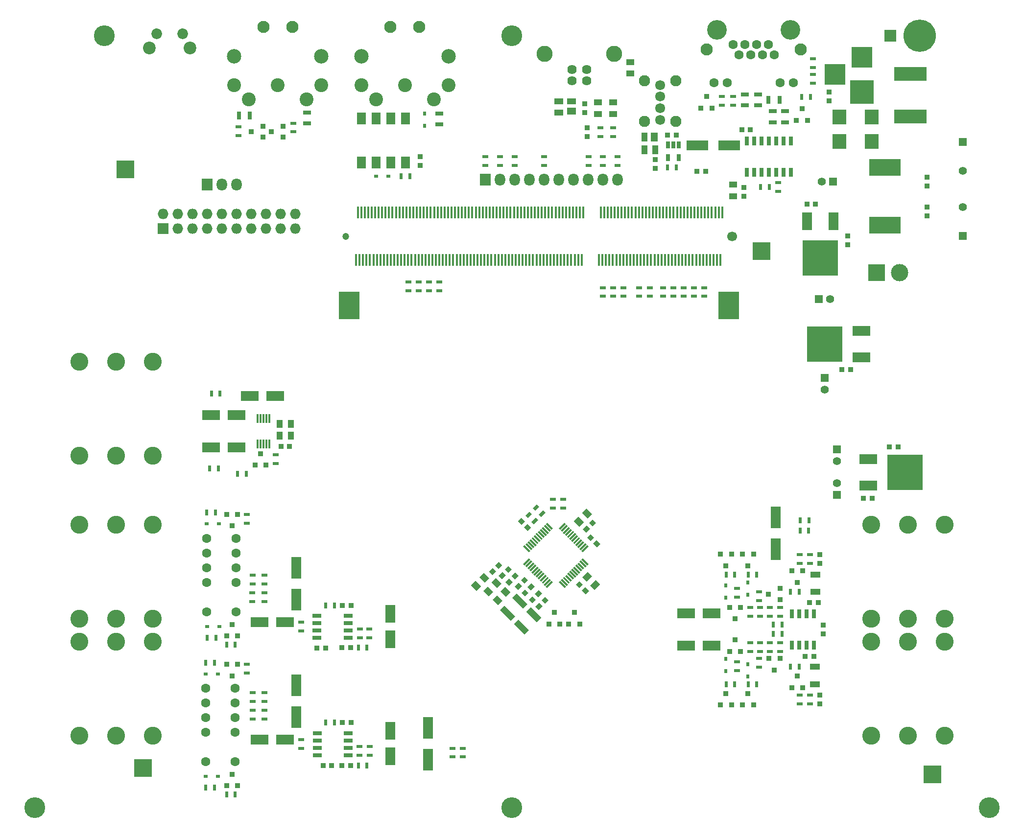
<source format=gbr>
G04 #@! TF.FileFunction,Soldermask,Top*
%FSLAX46Y46*%
G04 Gerber Fmt 4.6, Leading zero omitted, Abs format (unit mm)*
G04 Created by KiCad (PCBNEW (2015-05-18 BZR 5668)-product) date Mon 22 Jun 2015 04:58:00 PM CEST*
%MOMM*%
G01*
G04 APERTURE LIST*
%ADD10C,0.100000*%
%ADD11C,1.100000*%
%ADD12R,3.100000X3.100000*%
%ADD13C,3.600000*%
%ADD14C,1.700000*%
%ADD15C,1.200000*%
%ADD16R,3.600000X4.700000*%
%ADD17R,0.450000X2.100000*%
%ADD18R,3.148000X1.751000*%
%ADD19R,6.196000X6.196000*%
%ADD20R,0.850000X0.900000*%
%ADD21R,1.400000X1.400000*%
%ADD22C,1.400000*%
%ADD23R,0.900000X0.850000*%
%ADD24R,1.350000X1.100000*%
%ADD25R,1.700200X3.699180*%
%ADD26R,3.699180X1.700200*%
%ADD27R,1.700000X1.100000*%
%ADD28R,3.099740X1.700200*%
%ADD29R,1.700200X3.099740*%
%ADD30R,1.100000X1.350000*%
%ADD31R,1.499540X1.298880*%
%ADD32R,1.499540X1.100760*%
%ADD33R,1.298880X1.499540*%
%ADD34R,1.100760X1.499540*%
%ADD35R,5.700000X2.400000*%
%ADD36R,5.500040X3.000680*%
%ADD37C,1.720000*%
%ADD38C,1.950000*%
%ADD39R,1.827200X1.827200*%
%ADD40O,1.827200X1.827200*%
%ADD41R,1.827200X2.132000*%
%ADD42O,1.827200X2.132000*%
%ADD43R,1.000000X0.600000*%
%ADD44R,0.600000X1.000000*%
%ADD45R,1.400000X0.800000*%
%ADD46R,0.800000X1.400000*%
%ADD47C,2.200000*%
%ADD48C,1.850000*%
%ADD49R,1.751000X3.148000*%
%ADD50R,0.700000X1.650000*%
%ADD51R,1.650000X0.700000*%
%ADD52R,0.400000X1.500000*%
%ADD53R,1.624000X2.132000*%
%ADD54R,0.700000X1.600000*%
%ADD55C,2.500000*%
%ADD56C,2.400000*%
%ADD57C,2.100000*%
%ADD58C,1.601140*%
%ADD59C,3.400000*%
%ADD60C,3.100000*%
%ADD61R,4.100000X4.100000*%
%ADD62R,3.600000X3.600000*%
%ADD63R,0.550000X0.690000*%
%ADD64R,0.690000X0.550000*%
%ADD65R,0.750000X1.160000*%
%ADD66R,0.900100X0.900100*%
%ADD67C,1.624000*%
%ADD68C,2.800020*%
%ADD69R,2.401240X2.599360*%
%ADD70R,3.000000X3.000000*%
%ADD71C,3.000000*%
%ADD72R,2.098980X2.098980*%
%ADD73C,5.600000*%
%ADD74C,1.600000*%
G04 APERTURE END LIST*
D10*
D11*
X189204600Y-60286900D03*
D12*
X189204600Y-60286900D03*
D11*
X218770200Y-150799800D03*
D12*
X218770200Y-150799800D03*
D11*
X82308700Y-149682200D03*
D12*
X82308700Y-149682200D03*
D13*
X63581280Y-156570680D03*
X146075400Y-156570680D03*
X228579680Y-156570680D03*
X146072860Y-23075900D03*
D14*
X184174400Y-57729120D03*
D15*
X117374400Y-57729120D03*
D16*
X117974400Y-69729120D03*
X183574400Y-69729120D03*
D17*
X182424400Y-53629120D03*
X181824400Y-53629120D03*
X181224400Y-53629120D03*
X180624400Y-53629120D03*
X180024400Y-53629120D03*
X179424400Y-53629120D03*
X178824400Y-53629120D03*
X178224400Y-53629120D03*
X177624400Y-53629120D03*
X177024400Y-53629120D03*
X176424400Y-53629120D03*
X175824400Y-53629120D03*
X175224400Y-53629120D03*
X174624400Y-53629120D03*
X174024400Y-53629120D03*
X173424400Y-53629120D03*
X172824400Y-53629120D03*
X172224400Y-53629120D03*
X171624400Y-53629120D03*
X171024400Y-53629120D03*
X170424400Y-53629120D03*
X169824400Y-53629120D03*
X169224400Y-53629120D03*
X168624400Y-53629120D03*
X168024400Y-53629120D03*
X167424400Y-53629120D03*
X166824400Y-53629120D03*
X166224400Y-53629120D03*
X165624400Y-53629120D03*
X165024400Y-53629120D03*
X164424400Y-53629120D03*
X163824400Y-53629120D03*
X163224400Y-53629120D03*
X162624400Y-53629120D03*
X162024400Y-53629120D03*
X161424400Y-53629120D03*
X158424400Y-53629120D03*
X157824400Y-53629120D03*
X157224400Y-53629120D03*
X156624400Y-53629120D03*
X156024400Y-53629120D03*
X155424400Y-53629120D03*
X154824400Y-53629120D03*
X154224400Y-53629120D03*
X153624400Y-53629120D03*
X153024400Y-53629120D03*
X152424400Y-53629120D03*
X151824400Y-53629120D03*
X151224400Y-53629120D03*
X150624400Y-53629120D03*
X150024400Y-53629120D03*
X149424400Y-53629120D03*
X148824400Y-53629120D03*
X148224400Y-53629120D03*
X147624400Y-53629120D03*
X147024400Y-53629120D03*
X146424400Y-53629120D03*
X145824400Y-53629120D03*
X145224400Y-53629120D03*
X144624400Y-53629120D03*
X144024400Y-53629120D03*
X143424400Y-53629120D03*
X142824400Y-53629120D03*
X142224400Y-53629120D03*
X141624400Y-53629120D03*
X141024400Y-53629120D03*
X140424400Y-53629120D03*
X139824400Y-53629120D03*
X139224400Y-53629120D03*
X138624400Y-53629120D03*
X138024400Y-53629120D03*
X137424400Y-53629120D03*
X136824400Y-53629120D03*
X136224400Y-53629120D03*
X135624400Y-53629120D03*
X135024400Y-53629120D03*
X134424400Y-53629120D03*
X133824400Y-53629120D03*
X133224400Y-53629120D03*
X132624400Y-53629120D03*
X132024400Y-53629120D03*
X131424400Y-53629120D03*
X130824400Y-53629120D03*
X130224400Y-53629120D03*
X129624400Y-53629120D03*
X129024400Y-53629120D03*
X128424400Y-53629120D03*
X127824400Y-53629120D03*
X127224400Y-53629120D03*
X126624400Y-53629120D03*
X126024400Y-53629120D03*
X125424400Y-53629120D03*
X124824400Y-53629120D03*
X124224400Y-53629120D03*
X123624400Y-53629120D03*
X123024400Y-53629120D03*
X122424400Y-53629120D03*
X121824400Y-53629120D03*
X121224400Y-53629120D03*
X120624400Y-53629120D03*
X120024400Y-53629120D03*
X119424400Y-53629120D03*
X182124400Y-61829120D03*
X181524400Y-61829120D03*
X180924400Y-61829120D03*
X180324400Y-61829120D03*
X179724400Y-61829120D03*
X179124400Y-61829120D03*
X178524400Y-61829120D03*
X177924400Y-61829120D03*
X177324400Y-61829120D03*
X176724400Y-61829120D03*
X176124400Y-61829120D03*
X175524400Y-61829120D03*
X174924400Y-61829120D03*
X174324400Y-61829120D03*
X173724400Y-61829120D03*
X173124400Y-61829120D03*
X172524400Y-61829120D03*
X171924400Y-61829120D03*
X171324400Y-61829120D03*
X170724400Y-61829120D03*
X170124400Y-61829120D03*
X169524400Y-61829120D03*
X168924400Y-61829120D03*
X168324400Y-61829120D03*
X167724400Y-61829120D03*
X167124400Y-61829120D03*
X166524400Y-61829120D03*
X165924400Y-61829120D03*
X165324400Y-61829120D03*
X164724400Y-61829120D03*
X164124400Y-61829120D03*
X163524400Y-61829120D03*
X162924400Y-61829120D03*
X162324400Y-61829120D03*
X161724400Y-61829120D03*
X161124400Y-61829120D03*
X158124400Y-61829120D03*
X157524400Y-61829120D03*
X156924400Y-61829120D03*
X156324400Y-61829120D03*
X155724400Y-61829120D03*
X155124400Y-61829120D03*
X154524400Y-61829120D03*
X153924400Y-61829120D03*
X153324400Y-61829120D03*
X152724400Y-61829120D03*
X152124400Y-61829120D03*
X151524400Y-61829120D03*
X150924400Y-61829120D03*
X150324400Y-61829120D03*
X149724400Y-61829120D03*
X149124400Y-61829120D03*
X148524400Y-61829120D03*
X147924400Y-61829120D03*
X147324400Y-61829120D03*
X146724400Y-61829120D03*
X146124400Y-61829120D03*
X145524400Y-61829120D03*
X144924400Y-61829120D03*
X144324400Y-61829120D03*
X143724400Y-61829120D03*
X143124400Y-61829120D03*
X142524400Y-61829120D03*
X141924400Y-61829120D03*
X141324400Y-61829120D03*
X140724400Y-61829120D03*
X140124400Y-61829120D03*
X139524400Y-61829120D03*
X138924400Y-61829120D03*
X138324400Y-61829120D03*
X137724400Y-61829120D03*
X137124400Y-61829120D03*
X136524400Y-61829120D03*
X135924400Y-61829120D03*
X135324400Y-61829120D03*
X134724400Y-61829120D03*
X134124400Y-61829120D03*
X133524400Y-61829120D03*
X132924400Y-61829120D03*
X132324400Y-61829120D03*
X131724400Y-61829120D03*
X131124400Y-61829120D03*
X130524400Y-61829120D03*
X129924400Y-61829120D03*
X129324400Y-61829120D03*
X128724400Y-61829120D03*
X128124400Y-61829120D03*
X127524400Y-61829120D03*
X126924400Y-61829120D03*
X126324400Y-61829120D03*
X125724400Y-61829120D03*
X125124400Y-61829120D03*
X124524400Y-61829120D03*
X123924400Y-61829120D03*
X123324400Y-61829120D03*
X122724400Y-61829120D03*
X122124400Y-61829120D03*
X121524400Y-61829120D03*
X120924400Y-61829120D03*
X120324400Y-61829120D03*
X119724400Y-61829120D03*
X119124400Y-61829120D03*
D18*
X207683100Y-96255840D03*
D19*
X214033100Y-98541840D03*
D18*
X207683100Y-100827840D03*
D20*
X217830400Y-47510000D03*
X217830400Y-49010000D03*
D21*
X224028000Y-41402000D03*
D22*
X224028000Y-46402000D03*
D20*
X217830400Y-54191600D03*
X217830400Y-52691600D03*
D21*
X224028000Y-57708800D03*
D22*
X224028000Y-52708800D03*
D23*
X206844200Y-103101140D03*
X208344200Y-103101140D03*
D21*
X202260200Y-102466140D03*
D22*
X202260200Y-100466140D03*
D23*
X212827300Y-94211140D03*
X211327300Y-94211140D03*
D21*
X202260200Y-94592140D03*
D22*
X202260200Y-96592140D03*
D23*
X197065200Y-52222400D03*
X198565200Y-52222400D03*
D21*
X199115680Y-68646040D03*
D22*
X201115680Y-68646040D03*
D23*
X203148500Y-80784700D03*
X204648500Y-80784700D03*
D21*
X200164700Y-82257900D03*
D22*
X200164700Y-84257900D03*
D20*
X204094080Y-57685240D03*
X204094080Y-59185240D03*
D21*
X201625200Y-48260000D03*
D22*
X199625200Y-48260000D03*
D10*
G36*
X159061452Y-109814992D02*
X159662492Y-109213952D01*
X160298888Y-109850348D01*
X159697848Y-110451388D01*
X159061452Y-109814992D01*
X159061452Y-109814992D01*
G37*
G36*
X160122112Y-110875652D02*
X160723152Y-110274612D01*
X161359548Y-110911008D01*
X160758508Y-111512048D01*
X160122112Y-110875652D01*
X160122112Y-110875652D01*
G37*
G36*
X160034608Y-106686652D02*
X160635648Y-107287692D01*
X159999252Y-107924088D01*
X159398212Y-107323048D01*
X160034608Y-106686652D01*
X160034608Y-106686652D01*
G37*
G36*
X158973948Y-107747312D02*
X159574988Y-108348352D01*
X158938592Y-108984748D01*
X158337552Y-108383708D01*
X158973948Y-107747312D01*
X158973948Y-107747312D01*
G37*
G36*
X157712181Y-107961213D02*
X156757587Y-107006619D01*
X157535405Y-106228801D01*
X158489999Y-107183395D01*
X157712181Y-107961213D01*
X157712181Y-107961213D01*
G37*
G36*
X159126395Y-106546999D02*
X158171801Y-105592405D01*
X158949619Y-104814587D01*
X159904213Y-105769181D01*
X159126395Y-106546999D01*
X159126395Y-106546999D01*
G37*
G36*
X147059952Y-107020992D02*
X147660992Y-106419952D01*
X148297388Y-107056348D01*
X147696348Y-107657388D01*
X147059952Y-107020992D01*
X147059952Y-107020992D01*
G37*
G36*
X148120612Y-108081652D02*
X148721652Y-107480612D01*
X149358048Y-108117008D01*
X148757008Y-108718048D01*
X148120612Y-108081652D01*
X148120612Y-108081652D01*
G37*
G36*
X143804008Y-114039952D02*
X144405048Y-114640992D01*
X143768652Y-115277388D01*
X143167612Y-114676348D01*
X143804008Y-114039952D01*
X143804008Y-114039952D01*
G37*
G36*
X142743348Y-115100612D02*
X143344388Y-115701652D01*
X142707992Y-116338048D01*
X142106952Y-115737008D01*
X142743348Y-115100612D01*
X142743348Y-115100612D01*
G37*
G36*
X141207719Y-115901687D02*
X142162313Y-116856281D01*
X141384495Y-117634099D01*
X140429901Y-116679505D01*
X141207719Y-115901687D01*
X141207719Y-115901687D01*
G37*
G36*
X139793505Y-117315901D02*
X140748099Y-118270495D01*
X139970281Y-119048313D01*
X139015687Y-118093719D01*
X139793505Y-117315901D01*
X139793505Y-117315901D01*
G37*
G36*
X157092952Y-117942992D02*
X157693992Y-117341952D01*
X158330388Y-117978348D01*
X157729348Y-118579388D01*
X157092952Y-117942992D01*
X157092952Y-117942992D01*
G37*
G36*
X158153612Y-119003652D02*
X158754652Y-118402612D01*
X159391048Y-119039008D01*
X158790008Y-119640048D01*
X158153612Y-119003652D01*
X158153612Y-119003652D01*
G37*
G36*
X158192687Y-116729281D02*
X159147281Y-115774687D01*
X159925099Y-116552505D01*
X158970505Y-117507099D01*
X158192687Y-116729281D01*
X158192687Y-116729281D01*
G37*
G36*
X159606901Y-118143495D02*
X160561495Y-117188901D01*
X161339313Y-117966719D01*
X160384719Y-118921313D01*
X159606901Y-118143495D01*
X159606901Y-118143495D01*
G37*
G36*
X148249008Y-116579952D02*
X148850048Y-117180992D01*
X148213652Y-117817388D01*
X147612612Y-117216348D01*
X148249008Y-116579952D01*
X148249008Y-116579952D01*
G37*
G36*
X147188348Y-117640612D02*
X147789388Y-118241652D01*
X147152992Y-118878048D01*
X146551952Y-118277008D01*
X147188348Y-117640612D01*
X147188348Y-117640612D01*
G37*
G36*
X143303219Y-116854187D02*
X144257813Y-117808781D01*
X143479995Y-118586599D01*
X142525401Y-117632005D01*
X143303219Y-116854187D01*
X143303219Y-116854187D01*
G37*
G36*
X141889005Y-118268401D02*
X142843599Y-119222995D01*
X142065781Y-120000813D01*
X141111187Y-119046219D01*
X141889005Y-118268401D01*
X141889005Y-118268401D01*
G37*
G36*
X149392008Y-117722952D02*
X149993048Y-118323992D01*
X149356652Y-118960388D01*
X148755612Y-118359348D01*
X149392008Y-117722952D01*
X149392008Y-117722952D01*
G37*
G36*
X148331348Y-118783612D02*
X148932388Y-119384652D01*
X148295992Y-120021048D01*
X147694952Y-119420008D01*
X148331348Y-118783612D01*
X148331348Y-118783612D01*
G37*
G36*
X144890719Y-118378187D02*
X145845313Y-119332781D01*
X145067495Y-120110599D01*
X144112901Y-119156005D01*
X144890719Y-118378187D01*
X144890719Y-118378187D01*
G37*
G36*
X143476505Y-119792401D02*
X144431099Y-120746995D01*
X143653281Y-121524813D01*
X142698687Y-120570219D01*
X143476505Y-119792401D01*
X143476505Y-119792401D01*
G37*
G36*
X150662008Y-118929452D02*
X151263048Y-119530492D01*
X150626652Y-120166888D01*
X150025612Y-119565848D01*
X150662008Y-118929452D01*
X150662008Y-118929452D01*
G37*
G36*
X149601348Y-119990112D02*
X150202388Y-120591152D01*
X149565992Y-121227548D01*
X148964952Y-120626508D01*
X149601348Y-119990112D01*
X149601348Y-119990112D01*
G37*
G36*
X146897830Y-119487692D02*
X148736308Y-121326170D01*
X147958490Y-122103988D01*
X146120012Y-120265510D01*
X146897830Y-119487692D01*
X146897830Y-119487692D01*
G37*
G36*
X144776510Y-121609012D02*
X146614988Y-123447490D01*
X145837170Y-124225308D01*
X143998692Y-122386830D01*
X144776510Y-121609012D01*
X144776510Y-121609012D01*
G37*
G36*
X151805008Y-120072452D02*
X152406048Y-120673492D01*
X151769652Y-121309888D01*
X151168612Y-120708848D01*
X151805008Y-120072452D01*
X151805008Y-120072452D01*
G37*
G36*
X150744348Y-121133112D02*
X151345388Y-121734152D01*
X150708992Y-122370548D01*
X150107952Y-121769508D01*
X150744348Y-121133112D01*
X150744348Y-121133112D01*
G37*
G36*
X149310830Y-121900692D02*
X151149308Y-123739170D01*
X150371490Y-124516988D01*
X148533012Y-122678510D01*
X149310830Y-121900692D01*
X149310830Y-121900692D01*
G37*
G36*
X147189510Y-124022012D02*
X149027988Y-125860490D01*
X148250170Y-126638308D01*
X146411692Y-124799830D01*
X147189510Y-124022012D01*
X147189510Y-124022012D01*
G37*
D24*
X184277000Y-50784000D03*
X184277000Y-48784000D03*
D20*
X186182000Y-50788000D03*
X186182000Y-49288000D03*
X199898000Y-124980000D03*
X199898000Y-126480000D03*
D25*
X191719200Y-111869220D03*
X191719200Y-106367580D03*
D23*
X112356200Y-128981200D03*
X113856200Y-128981200D03*
X113423000Y-149301200D03*
X114923000Y-149301200D03*
D25*
X131533900Y-142766480D03*
X131533900Y-148268120D03*
D23*
X106133200Y-94081600D03*
X107633200Y-94081600D03*
X172986000Y-40259000D03*
X174486000Y-40259000D03*
D24*
X163576000Y-36560000D03*
X163576000Y-34560000D03*
D20*
X158623000Y-36310000D03*
X158623000Y-34810000D03*
X170840400Y-45962000D03*
X170840400Y-44462000D03*
X159105600Y-40475600D03*
X159105600Y-38975600D03*
X130175000Y-45454000D03*
X130175000Y-43954000D03*
X200914000Y-34278000D03*
X200914000Y-32778000D03*
D26*
X178097180Y-42037000D03*
X183598820Y-42037000D03*
D23*
X179566000Y-46482000D03*
X178066000Y-46482000D03*
D10*
G36*
X145455008Y-114738452D02*
X146056048Y-115339492D01*
X145419652Y-115975888D01*
X144818612Y-115374848D01*
X145455008Y-114738452D01*
X145455008Y-114738452D01*
G37*
G36*
X144394348Y-115799112D02*
X144995388Y-116400152D01*
X144358992Y-117036548D01*
X143757952Y-116435508D01*
X144394348Y-115799112D01*
X144394348Y-115799112D01*
G37*
G36*
X146661508Y-115881452D02*
X147262548Y-116482492D01*
X146626152Y-117118888D01*
X146025112Y-116517848D01*
X146661508Y-115881452D01*
X146661508Y-115881452D01*
G37*
G36*
X145600848Y-116942112D02*
X146201888Y-117543152D01*
X145565492Y-118179548D01*
X144964452Y-117578508D01*
X145600848Y-116942112D01*
X145600848Y-116942112D01*
G37*
D27*
X198560000Y-119269200D03*
X198560000Y-116269200D03*
D28*
X180558440Y-122936000D03*
X176159160Y-122936000D03*
D20*
X199260900Y-112843300D03*
X199260900Y-114343300D03*
D23*
X199056000Y-121071200D03*
X197556000Y-121071200D03*
D27*
X198458400Y-132220400D03*
X198458400Y-135220400D03*
D28*
X180558440Y-128524000D03*
X176159160Y-128524000D03*
D20*
X199260900Y-138591300D03*
X199260900Y-137091300D03*
D23*
X198294000Y-130418400D03*
X196794000Y-130418400D03*
X118174200Y-128930400D03*
X116674200Y-128930400D03*
X116775800Y-121589800D03*
X118275800Y-121589800D03*
D29*
X125057600Y-127472440D03*
X125057600Y-123073160D03*
D25*
X108788200Y-120556020D03*
X108788200Y-115054380D03*
D28*
X106822240Y-124460000D03*
X102422960Y-124460000D03*
D23*
X118174200Y-149301200D03*
X116674200Y-149301200D03*
X116775800Y-141884400D03*
X118275800Y-141884400D03*
D29*
X125032200Y-147690840D03*
X125032200Y-143291560D03*
D25*
X108788200Y-140876020D03*
X108788200Y-135374380D03*
D28*
X106822240Y-144780000D03*
X102422960Y-144780000D03*
D30*
X105883200Y-90170000D03*
X107883200Y-90170000D03*
D28*
X98465640Y-88646000D03*
X94066360Y-88646000D03*
D30*
X105883200Y-92252800D03*
X107883200Y-92252800D03*
D28*
X98465640Y-94234000D03*
X94066360Y-94234000D03*
X105158540Y-85382100D03*
X100759260Y-85382100D03*
D31*
X156344620Y-36126420D03*
D32*
X156344620Y-34406840D03*
X154144980Y-34406840D03*
X154144980Y-36306760D03*
D33*
X170695620Y-40556180D03*
D34*
X168976040Y-40556180D03*
X168976040Y-42755820D03*
X170875960Y-42755820D03*
D35*
X214985600Y-29624800D03*
X214985600Y-37024800D03*
D36*
X210566000Y-45849540D03*
X210566000Y-55852060D03*
D24*
X166573200Y-27600400D03*
X166573200Y-29600400D03*
X160909000Y-36567620D03*
X160909000Y-34567620D03*
D37*
X171701460Y-31589980D03*
X171701460Y-33589980D03*
X171701460Y-35589980D03*
D38*
X174421460Y-30859980D03*
D37*
X171701460Y-37589980D03*
D38*
X174421460Y-37859980D03*
X168981460Y-30859980D03*
X168981460Y-37859980D03*
D39*
X85788500Y-56451500D03*
D40*
X85788500Y-53911500D03*
X88328500Y-56451500D03*
X88328500Y-53911500D03*
X90868500Y-56451500D03*
X90868500Y-53911500D03*
X93408500Y-56451500D03*
X93408500Y-53911500D03*
X95948500Y-56451500D03*
X95948500Y-53911500D03*
X98488500Y-56451500D03*
X98488500Y-53911500D03*
X101028500Y-56451500D03*
X101028500Y-53911500D03*
X103568500Y-56451500D03*
X103568500Y-53911500D03*
X106108500Y-56451500D03*
X106108500Y-53911500D03*
X108648500Y-56451500D03*
X108648500Y-53911500D03*
D41*
X141478000Y-47942500D03*
D42*
X144018000Y-47942500D03*
X146558000Y-47942500D03*
X149098000Y-47942500D03*
X151638000Y-47942500D03*
X154178000Y-47942500D03*
X156718000Y-47942500D03*
X159258000Y-47942500D03*
X161798000Y-47942500D03*
X164338000Y-47942500D03*
D41*
X93408500Y-48831500D03*
D42*
X95948500Y-48831500D03*
X98488500Y-48831500D03*
D43*
X128143000Y-65671000D03*
X128143000Y-67171000D03*
X165354000Y-66636200D03*
X165354000Y-68136200D03*
X163576000Y-66636200D03*
X163576000Y-68136200D03*
X153162000Y-104763000D03*
X153162000Y-103263000D03*
X154940000Y-104763000D03*
X154940000Y-103263000D03*
D10*
G36*
X151845015Y-105544909D02*
X151137909Y-106252015D01*
X150713645Y-105827751D01*
X151420751Y-105120645D01*
X151845015Y-105544909D01*
X151845015Y-105544909D01*
G37*
G36*
X150784355Y-104484249D02*
X150077249Y-105191355D01*
X149652985Y-104767091D01*
X150360091Y-104059985D01*
X150784355Y-104484249D01*
X150784355Y-104484249D01*
G37*
G36*
X150575015Y-106814909D02*
X149867909Y-107522015D01*
X149443645Y-107097751D01*
X150150751Y-106390645D01*
X150575015Y-106814909D01*
X150575015Y-106814909D01*
G37*
G36*
X149514355Y-105754249D02*
X148807249Y-106461355D01*
X148382985Y-106037091D01*
X149090091Y-105329985D01*
X149514355Y-105754249D01*
X149514355Y-105754249D01*
G37*
D43*
X133477000Y-65671000D03*
X133477000Y-67171000D03*
X131699000Y-65671000D03*
X131699000Y-67171000D03*
X129921000Y-65671000D03*
X129921000Y-67171000D03*
X179324000Y-68123500D03*
X179324000Y-66623500D03*
D44*
X186905200Y-116281200D03*
X188405200Y-116281200D03*
D43*
X188772800Y-119239600D03*
X188772800Y-120739600D03*
D44*
X183095200Y-116281200D03*
X184595200Y-116281200D03*
D43*
X184962800Y-120130000D03*
X184962800Y-118630000D03*
X177546000Y-68136200D03*
X177546000Y-66636200D03*
X175768000Y-66636200D03*
X175768000Y-68136200D03*
D44*
X186905200Y-135229600D03*
X188405200Y-135229600D03*
D43*
X188772800Y-130771200D03*
X188772800Y-132271200D03*
D44*
X183095200Y-135229600D03*
X184595200Y-135229600D03*
D43*
X184962800Y-132880800D03*
X184962800Y-131380800D03*
X173990000Y-66636200D03*
X173990000Y-68136200D03*
X172212000Y-66636200D03*
X172212000Y-68136200D03*
D44*
X94869700Y-127177800D03*
X93369700Y-127177800D03*
X94818900Y-105537000D03*
X93318900Y-105537000D03*
X98235200Y-128371600D03*
X96735200Y-128371600D03*
D43*
X100253800Y-107341100D03*
X100253800Y-105841100D03*
X105257600Y-97016000D03*
X105257600Y-95516000D03*
D44*
X98665600Y-98806000D03*
X100165600Y-98806000D03*
D43*
X163576000Y-38975600D03*
X163576000Y-40475600D03*
X161340800Y-40475600D03*
X161340800Y-38975600D03*
D44*
X172986000Y-45847000D03*
X174486000Y-45847000D03*
D45*
X110625200Y-36352000D03*
X110625200Y-38252000D03*
D43*
X98839600Y-40338000D03*
X98839600Y-38838000D03*
D45*
X133494780Y-38402300D03*
X133494780Y-36502300D03*
D44*
X126910400Y-47396400D03*
X128410400Y-47396400D03*
D46*
X100772000Y-36830000D03*
X98872000Y-36830000D03*
D43*
X108288400Y-38177600D03*
X108288400Y-39677600D03*
D44*
X197681280Y-33649920D03*
X196181280Y-33649920D03*
D45*
X191135000Y-36134000D03*
X191135000Y-38034000D03*
D44*
X189089600Y-49225200D03*
X190589600Y-49225200D03*
D45*
X193294000Y-36134000D03*
X193294000Y-38034000D03*
X186309000Y-33213000D03*
X186309000Y-35113000D03*
D43*
X182372000Y-35040000D03*
X182372000Y-33540000D03*
X192125600Y-48475200D03*
X192125600Y-49975200D03*
D45*
X188595000Y-33213000D03*
X188595000Y-35113000D03*
D43*
X141478000Y-43954000D03*
X141478000Y-45454000D03*
X144018000Y-43954000D03*
X144018000Y-45454000D03*
X146558000Y-43954000D03*
X146558000Y-45454000D03*
X151638000Y-43954000D03*
X151638000Y-45454000D03*
X159321500Y-43954000D03*
X159321500Y-45454000D03*
X161798000Y-43954000D03*
X161798000Y-45454000D03*
X164338000Y-43954000D03*
X164338000Y-45454000D03*
X198120000Y-29730000D03*
X198120000Y-31230000D03*
X184277000Y-35040000D03*
X184277000Y-33540000D03*
X198120000Y-27063000D03*
X198120000Y-28563000D03*
D44*
X195703200Y-119242400D03*
X194203200Y-119242400D03*
D43*
X195857300Y-114343300D03*
X195857300Y-112843300D03*
D44*
X192756800Y-124932000D03*
X191256800Y-124932000D03*
D43*
X197584500Y-112843300D03*
X197584500Y-114343300D03*
X190703200Y-123432000D03*
X190703200Y-121932000D03*
X188976000Y-121932000D03*
X188976000Y-123432000D03*
D44*
X195703200Y-132196400D03*
X194203200Y-132196400D03*
D43*
X192430400Y-121932000D03*
X192430400Y-123432000D03*
X187248800Y-121932000D03*
X187248800Y-123432000D03*
X195857300Y-137091300D03*
X195857300Y-138591300D03*
D44*
X192756800Y-126557600D03*
X191256800Y-126557600D03*
D43*
X197584500Y-138591300D03*
X197584500Y-137091300D03*
X190703200Y-128028000D03*
X190703200Y-129528000D03*
X188976000Y-129528000D03*
X188976000Y-128028000D03*
X192430400Y-129528000D03*
X192430400Y-128028000D03*
X187248800Y-129528000D03*
X187248800Y-128028000D03*
D44*
X195891720Y-108686600D03*
X197391720Y-108686600D03*
X197401880Y-106842560D03*
X195901880Y-106842560D03*
X119519000Y-128930400D03*
X121019000Y-128930400D03*
X115380200Y-121589800D03*
X113880200Y-121589800D03*
D43*
X121437400Y-125691200D03*
X121437400Y-127191200D03*
X119761000Y-125691200D03*
X119761000Y-127191200D03*
X101219000Y-117844000D03*
X101219000Y-116344000D03*
X109601000Y-124472000D03*
X109601000Y-125972000D03*
X103251000Y-117844000D03*
X103251000Y-116344000D03*
X101207000Y-119392000D03*
X101207000Y-120892000D03*
X103261200Y-119402160D03*
X103261200Y-120902160D03*
D44*
X119519000Y-149301200D03*
X121019000Y-149301200D03*
X115380200Y-141884400D03*
X113880200Y-141884400D03*
D43*
X121450800Y-146011200D03*
X121450800Y-147511200D03*
X119749000Y-146011200D03*
X119749000Y-147511200D03*
X101219000Y-138164000D03*
X101219000Y-136664000D03*
X109601000Y-144792000D03*
X109601000Y-146292000D03*
X103251000Y-138164000D03*
X103251000Y-136664000D03*
X101219000Y-139712000D03*
X101219000Y-141212000D03*
X103261200Y-139710160D03*
X103261200Y-141210160D03*
X137604500Y-146303300D03*
X137604500Y-147803300D03*
X135801100Y-147803300D03*
X135801100Y-146303300D03*
D44*
X95619000Y-84963000D03*
X94119000Y-84963000D03*
X93839600Y-97917000D03*
X95339600Y-97917000D03*
D47*
X90433440Y-25212840D03*
D48*
X89173440Y-22722840D03*
X84673440Y-22722840D03*
D47*
X83423440Y-25212840D03*
D49*
X201655680Y-55184040D03*
D19*
X199369680Y-61534040D03*
D49*
X197083680Y-55184040D03*
D18*
X206476600Y-78676500D03*
D19*
X200126600Y-76390500D03*
D18*
X206476600Y-74104500D03*
D10*
G36*
X151919911Y-107511311D02*
X152167398Y-107263824D01*
X153157347Y-108253773D01*
X152909860Y-108501260D01*
X151919911Y-107511311D01*
X151919911Y-107511311D01*
G37*
G36*
X151566358Y-107864864D02*
X151813845Y-107617377D01*
X152803794Y-108607326D01*
X152556307Y-108854813D01*
X151566358Y-107864864D01*
X151566358Y-107864864D01*
G37*
G36*
X151212804Y-108218418D02*
X151460291Y-107970931D01*
X152450240Y-108960880D01*
X152202753Y-109208367D01*
X151212804Y-108218418D01*
X151212804Y-108218418D01*
G37*
G36*
X150859251Y-108571971D02*
X151106738Y-108324484D01*
X152096687Y-109314433D01*
X151849200Y-109561920D01*
X150859251Y-108571971D01*
X150859251Y-108571971D01*
G37*
G36*
X150505698Y-108925524D02*
X150753185Y-108678037D01*
X151743134Y-109667986D01*
X151495647Y-109915473D01*
X150505698Y-108925524D01*
X150505698Y-108925524D01*
G37*
G36*
X150152144Y-109279078D02*
X150399631Y-109031591D01*
X151389580Y-110021540D01*
X151142093Y-110269027D01*
X150152144Y-109279078D01*
X150152144Y-109279078D01*
G37*
G36*
X149798591Y-109632631D02*
X150046078Y-109385144D01*
X151036027Y-110375093D01*
X150788540Y-110622580D01*
X149798591Y-109632631D01*
X149798591Y-109632631D01*
G37*
G36*
X149445037Y-109986185D02*
X149692524Y-109738698D01*
X150682473Y-110728647D01*
X150434986Y-110976134D01*
X149445037Y-109986185D01*
X149445037Y-109986185D01*
G37*
G36*
X149091484Y-110339738D02*
X149338971Y-110092251D01*
X150328920Y-111082200D01*
X150081433Y-111329687D01*
X149091484Y-110339738D01*
X149091484Y-110339738D01*
G37*
G36*
X148737931Y-110693291D02*
X148985418Y-110445804D01*
X149975367Y-111435753D01*
X149727880Y-111683240D01*
X148737931Y-110693291D01*
X148737931Y-110693291D01*
G37*
G36*
X148384377Y-111046845D02*
X148631864Y-110799358D01*
X149621813Y-111789307D01*
X149374326Y-112036794D01*
X148384377Y-111046845D01*
X148384377Y-111046845D01*
G37*
G36*
X148030824Y-111400398D02*
X148278311Y-111152911D01*
X149268260Y-112142860D01*
X149020773Y-112390347D01*
X148030824Y-111400398D01*
X148030824Y-111400398D01*
G37*
G36*
X148278311Y-114653089D02*
X148030824Y-114405602D01*
X149020773Y-113415653D01*
X149268260Y-113663140D01*
X148278311Y-114653089D01*
X148278311Y-114653089D01*
G37*
G36*
X148631864Y-115006642D02*
X148384377Y-114759155D01*
X149374326Y-113769206D01*
X149621813Y-114016693D01*
X148631864Y-115006642D01*
X148631864Y-115006642D01*
G37*
G36*
X148985418Y-115360196D02*
X148737931Y-115112709D01*
X149727880Y-114122760D01*
X149975367Y-114370247D01*
X148985418Y-115360196D01*
X148985418Y-115360196D01*
G37*
G36*
X149338971Y-115713749D02*
X149091484Y-115466262D01*
X150081433Y-114476313D01*
X150328920Y-114723800D01*
X149338971Y-115713749D01*
X149338971Y-115713749D01*
G37*
G36*
X149692524Y-116067302D02*
X149445037Y-115819815D01*
X150434986Y-114829866D01*
X150682473Y-115077353D01*
X149692524Y-116067302D01*
X149692524Y-116067302D01*
G37*
G36*
X150046078Y-116420856D02*
X149798591Y-116173369D01*
X150788540Y-115183420D01*
X151036027Y-115430907D01*
X150046078Y-116420856D01*
X150046078Y-116420856D01*
G37*
G36*
X150399631Y-116774409D02*
X150152144Y-116526922D01*
X151142093Y-115536973D01*
X151389580Y-115784460D01*
X150399631Y-116774409D01*
X150399631Y-116774409D01*
G37*
G36*
X150753185Y-117127963D02*
X150505698Y-116880476D01*
X151495647Y-115890527D01*
X151743134Y-116138014D01*
X150753185Y-117127963D01*
X150753185Y-117127963D01*
G37*
G36*
X151106738Y-117481516D02*
X150859251Y-117234029D01*
X151849200Y-116244080D01*
X152096687Y-116491567D01*
X151106738Y-117481516D01*
X151106738Y-117481516D01*
G37*
G36*
X151460291Y-117835069D02*
X151212804Y-117587582D01*
X152202753Y-116597633D01*
X152450240Y-116845120D01*
X151460291Y-117835069D01*
X151460291Y-117835069D01*
G37*
G36*
X151813845Y-118188623D02*
X151566358Y-117941136D01*
X152556307Y-116951187D01*
X152803794Y-117198674D01*
X151813845Y-118188623D01*
X151813845Y-118188623D01*
G37*
G36*
X152167398Y-118542176D02*
X151919911Y-118294689D01*
X152909860Y-117304740D01*
X153157347Y-117552227D01*
X152167398Y-118542176D01*
X152167398Y-118542176D01*
G37*
G36*
X154182653Y-117552227D02*
X154430140Y-117304740D01*
X155420089Y-118294689D01*
X155172602Y-118542176D01*
X154182653Y-117552227D01*
X154182653Y-117552227D01*
G37*
G36*
X154536206Y-117198674D02*
X154783693Y-116951187D01*
X155773642Y-117941136D01*
X155526155Y-118188623D01*
X154536206Y-117198674D01*
X154536206Y-117198674D01*
G37*
G36*
X154889760Y-116845120D02*
X155137247Y-116597633D01*
X156127196Y-117587582D01*
X155879709Y-117835069D01*
X154889760Y-116845120D01*
X154889760Y-116845120D01*
G37*
G36*
X155243313Y-116491567D02*
X155490800Y-116244080D01*
X156480749Y-117234029D01*
X156233262Y-117481516D01*
X155243313Y-116491567D01*
X155243313Y-116491567D01*
G37*
G36*
X155596866Y-116138014D02*
X155844353Y-115890527D01*
X156834302Y-116880476D01*
X156586815Y-117127963D01*
X155596866Y-116138014D01*
X155596866Y-116138014D01*
G37*
G36*
X155950420Y-115784460D02*
X156197907Y-115536973D01*
X157187856Y-116526922D01*
X156940369Y-116774409D01*
X155950420Y-115784460D01*
X155950420Y-115784460D01*
G37*
G36*
X156303973Y-115430907D02*
X156551460Y-115183420D01*
X157541409Y-116173369D01*
X157293922Y-116420856D01*
X156303973Y-115430907D01*
X156303973Y-115430907D01*
G37*
G36*
X156657527Y-115077353D02*
X156905014Y-114829866D01*
X157894963Y-115819815D01*
X157647476Y-116067302D01*
X156657527Y-115077353D01*
X156657527Y-115077353D01*
G37*
G36*
X157011080Y-114723800D02*
X157258567Y-114476313D01*
X158248516Y-115466262D01*
X158001029Y-115713749D01*
X157011080Y-114723800D01*
X157011080Y-114723800D01*
G37*
G36*
X157364633Y-114370247D02*
X157612120Y-114122760D01*
X158602069Y-115112709D01*
X158354582Y-115360196D01*
X157364633Y-114370247D01*
X157364633Y-114370247D01*
G37*
G36*
X157718187Y-114016693D02*
X157965674Y-113769206D01*
X158955623Y-114759155D01*
X158708136Y-115006642D01*
X157718187Y-114016693D01*
X157718187Y-114016693D01*
G37*
G36*
X158071740Y-113663140D02*
X158319227Y-113415653D01*
X159309176Y-114405602D01*
X159061689Y-114653089D01*
X158071740Y-113663140D01*
X158071740Y-113663140D01*
G37*
G36*
X158319227Y-112390347D02*
X158071740Y-112142860D01*
X159061689Y-111152911D01*
X159309176Y-111400398D01*
X158319227Y-112390347D01*
X158319227Y-112390347D01*
G37*
G36*
X157965674Y-112036794D02*
X157718187Y-111789307D01*
X158708136Y-110799358D01*
X158955623Y-111046845D01*
X157965674Y-112036794D01*
X157965674Y-112036794D01*
G37*
G36*
X157612120Y-111683240D02*
X157364633Y-111435753D01*
X158354582Y-110445804D01*
X158602069Y-110693291D01*
X157612120Y-111683240D01*
X157612120Y-111683240D01*
G37*
G36*
X157258567Y-111329687D02*
X157011080Y-111082200D01*
X158001029Y-110092251D01*
X158248516Y-110339738D01*
X157258567Y-111329687D01*
X157258567Y-111329687D01*
G37*
G36*
X156905014Y-110976134D02*
X156657527Y-110728647D01*
X157647476Y-109738698D01*
X157894963Y-109986185D01*
X156905014Y-110976134D01*
X156905014Y-110976134D01*
G37*
G36*
X156551460Y-110622580D02*
X156303973Y-110375093D01*
X157293922Y-109385144D01*
X157541409Y-109632631D01*
X156551460Y-110622580D01*
X156551460Y-110622580D01*
G37*
G36*
X156197907Y-110269027D02*
X155950420Y-110021540D01*
X156940369Y-109031591D01*
X157187856Y-109279078D01*
X156197907Y-110269027D01*
X156197907Y-110269027D01*
G37*
G36*
X155844353Y-109915473D02*
X155596866Y-109667986D01*
X156586815Y-108678037D01*
X156834302Y-108925524D01*
X155844353Y-109915473D01*
X155844353Y-109915473D01*
G37*
G36*
X155490800Y-109561920D02*
X155243313Y-109314433D01*
X156233262Y-108324484D01*
X156480749Y-108571971D01*
X155490800Y-109561920D01*
X155490800Y-109561920D01*
G37*
G36*
X155137247Y-109208367D02*
X154889760Y-108960880D01*
X155879709Y-107970931D01*
X156127196Y-108218418D01*
X155137247Y-109208367D01*
X155137247Y-109208367D01*
G37*
G36*
X154783693Y-108854813D02*
X154536206Y-108607326D01*
X155526155Y-107617377D01*
X155773642Y-107864864D01*
X154783693Y-108854813D01*
X154783693Y-108854813D01*
G37*
G36*
X154430140Y-108501260D02*
X154182653Y-108253773D01*
X155172602Y-107263824D01*
X155420089Y-107511311D01*
X154430140Y-108501260D01*
X154430140Y-108501260D01*
G37*
D50*
X198247000Y-123030000D03*
X196977000Y-123030000D03*
X195707000Y-123030000D03*
X194437000Y-123030000D03*
X194437000Y-128430000D03*
X195707000Y-128430000D03*
X196977000Y-128430000D03*
X198247000Y-128430000D03*
D51*
X117762000Y-127177800D03*
X117762000Y-125907800D03*
X117762000Y-124637800D03*
X117762000Y-123367800D03*
X112362000Y-123367800D03*
X112362000Y-124637800D03*
X112362000Y-125907800D03*
X112362000Y-127177800D03*
X117787400Y-147497800D03*
X117787400Y-146227800D03*
X117787400Y-144957800D03*
X117787400Y-143687800D03*
X112387400Y-143687800D03*
X112387400Y-144957800D03*
X112387400Y-146227800D03*
X112387400Y-147497800D03*
D52*
X104124000Y-89240000D03*
X103624000Y-89240000D03*
X103124000Y-89240000D03*
X102624000Y-89240000D03*
X102124000Y-89240000D03*
X102124000Y-93640000D03*
X102624000Y-93640000D03*
X103124000Y-93640000D03*
X103624000Y-93640000D03*
X104124000Y-93640000D03*
D53*
X127652780Y-37325300D03*
X125112780Y-37325300D03*
X122572780Y-37325300D03*
X120032780Y-37325300D03*
X120032780Y-44945300D03*
X122572780Y-44945300D03*
X125112780Y-44945300D03*
X127652780Y-44945300D03*
D54*
X186690000Y-46642000D03*
X187960000Y-46642000D03*
X189230000Y-46642000D03*
X190500000Y-46642000D03*
X191770000Y-46642000D03*
X193040000Y-46642000D03*
X194310000Y-46642000D03*
X194310000Y-41242000D03*
X193040000Y-41242000D03*
X191770000Y-41242000D03*
X190500000Y-41242000D03*
X189230000Y-41242000D03*
X187960000Y-41242000D03*
X186690000Y-41242000D03*
D55*
X98078260Y-26569660D03*
D56*
X110578260Y-34069660D03*
D57*
X103078260Y-21569660D03*
D56*
X113078260Y-31569660D03*
X105578260Y-31569660D03*
X98078260Y-31569660D03*
X100578260Y-34069660D03*
D57*
X108078260Y-21569660D03*
D55*
X113078260Y-26569660D03*
D57*
X195966080Y-25440640D03*
D58*
X180980080Y-31155640D03*
X183266080Y-31155640D03*
X192410080Y-31155640D03*
X194696080Y-31155640D03*
X191394080Y-26329640D03*
X189362080Y-26329640D03*
X187330080Y-26329640D03*
X185298080Y-26329640D03*
X188346080Y-24551640D03*
X186314080Y-24551640D03*
X190378080Y-24551640D03*
X184282080Y-24551640D03*
D59*
X181488080Y-22011640D03*
X194188080Y-22011640D03*
D57*
X179710080Y-25440640D03*
D55*
X120082280Y-26572200D03*
D56*
X132582280Y-34072200D03*
D57*
X125082280Y-21572200D03*
D56*
X135082280Y-31572200D03*
X127582280Y-31572200D03*
X120082280Y-31572200D03*
X122582280Y-34072200D03*
D57*
X130082280Y-21572200D03*
D55*
X135082280Y-26572200D03*
D60*
X77647800Y-79464500D03*
X83997800Y-79464500D03*
X71297800Y-79464500D03*
X77647800Y-95694500D03*
X83997800Y-95694500D03*
X71297800Y-95694500D03*
X214541100Y-123900600D03*
X208191100Y-123900600D03*
X220891100Y-123900600D03*
X214541100Y-107670600D03*
X208191100Y-107670600D03*
X220891100Y-107670600D03*
X214541100Y-144093600D03*
X208191100Y-144093600D03*
X220891100Y-144093600D03*
X214541100Y-127863600D03*
X208191100Y-127863600D03*
X220891100Y-127863600D03*
X77647800Y-107666120D03*
X83997800Y-107666120D03*
X71297800Y-107666120D03*
X77647800Y-123896120D03*
X83997800Y-123896120D03*
X71297800Y-123896120D03*
X77647800Y-127866740D03*
X83997800Y-127866740D03*
X71297800Y-127866740D03*
X77647800Y-144096740D03*
X83997800Y-144096740D03*
X71297800Y-144096740D03*
D61*
X206580740Y-32773620D03*
D62*
X206580740Y-26771080D03*
X201880740Y-29771080D03*
D63*
X186893200Y-117639200D03*
X186893200Y-119749200D03*
X183083200Y-118121800D03*
X183083200Y-120231800D03*
X186893200Y-133871600D03*
X186893200Y-131761600D03*
X183083200Y-132982600D03*
X183083200Y-130872600D03*
D64*
X93356800Y-125222000D03*
X95466800Y-125222000D03*
X93318700Y-107492800D03*
X95428700Y-107492800D03*
D63*
X130954780Y-38634300D03*
X130954780Y-36524300D03*
D64*
X122592200Y-47396400D03*
X124702200Y-47396400D03*
D46*
X190439000Y-34163000D03*
X192339000Y-34163000D03*
D23*
X187313000Y-39319200D03*
X185813000Y-39319200D03*
D65*
X174940000Y-41953000D03*
X173990000Y-41953000D03*
X173040000Y-41953000D03*
X173040000Y-44153000D03*
X174940000Y-44153000D03*
D66*
X155895000Y-124825760D03*
X157795000Y-124825760D03*
X156845000Y-122826780D03*
X152466000Y-124825760D03*
X154366000Y-124825760D03*
X153416000Y-122826780D03*
X196352200Y-115636040D03*
X194452200Y-115636040D03*
X195402200Y-117635020D03*
X194452200Y-135798560D03*
X196352200Y-135798560D03*
X195402200Y-133799580D03*
X192415160Y-120584000D03*
X192415160Y-118684000D03*
X190416180Y-119634000D03*
X185608000Y-121935240D03*
X183708000Y-121935240D03*
X184658000Y-123934220D03*
X187843200Y-112740440D03*
X185943200Y-112740440D03*
X186893200Y-114739420D03*
X184033200Y-112740440D03*
X182133200Y-112740440D03*
X183083200Y-114739420D03*
X192415200Y-130774440D03*
X190515200Y-130774440D03*
X191465200Y-132773420D03*
X183708000Y-129524760D03*
X185608000Y-129524760D03*
X184658000Y-127525780D03*
X185943200Y-138821160D03*
X187843200Y-138821160D03*
X186893200Y-136822180D03*
X182133200Y-138821160D03*
X184033200Y-138821160D03*
X183083200Y-136822180D03*
X96738400Y-126870460D03*
X98638400Y-126870460D03*
X97688400Y-124871480D03*
X98638400Y-105844340D03*
X96738400Y-105844340D03*
X97688400Y-107843320D03*
X101666000Y-97317560D03*
X103566000Y-97317560D03*
X102616000Y-95318580D03*
X103040760Y-40588800D03*
X103040760Y-38688800D03*
X101041780Y-39638800D03*
X106495160Y-40588800D03*
X106495160Y-38688800D03*
X104496180Y-39638800D03*
X195265000Y-37703760D03*
X197165000Y-37703760D03*
X196215000Y-35704780D03*
X178755000Y-35544760D03*
X180655000Y-35544760D03*
X179705000Y-33545780D03*
D67*
X158991300Y-30880320D03*
X156451300Y-30880320D03*
X156451300Y-28881340D03*
X158991300Y-28881340D03*
D68*
X163720780Y-26181320D03*
X151721820Y-26181320D03*
D69*
X202692000Y-41366440D03*
X202692000Y-37068760D03*
X208280000Y-41366440D03*
X208280000Y-37068760D03*
D70*
X209133294Y-64035794D03*
D71*
X213093294Y-64035794D03*
D72*
X211498180Y-23073360D03*
D73*
X216578180Y-23073360D03*
D43*
X161798000Y-68136200D03*
X161798000Y-66636200D03*
X169926000Y-68136200D03*
X169926000Y-66636200D03*
X168021000Y-68136200D03*
X168021000Y-66636200D03*
D64*
X93128200Y-151155400D03*
X95238200Y-151155400D03*
X93128200Y-133438900D03*
X95238200Y-133438900D03*
D66*
X96738400Y-152803860D03*
X98638400Y-152803860D03*
X97688400Y-150804880D03*
X98638400Y-131777740D03*
X96738400Y-131777740D03*
X97688400Y-133776720D03*
D44*
X94628400Y-153111200D03*
X93128400Y-153111200D03*
X94641100Y-131483100D03*
X93141100Y-131483100D03*
X98235200Y-154305000D03*
X96735200Y-154305000D03*
D43*
X100253800Y-133274500D03*
X100253800Y-131774500D03*
D74*
X93332300Y-122707400D03*
X98412300Y-122707400D03*
X93332300Y-117627400D03*
X93332300Y-115087400D03*
X93332300Y-110007400D03*
X93332300Y-112547400D03*
X98412300Y-112547400D03*
X98412300Y-117627400D03*
X98412300Y-110007400D03*
X98412300Y-115087400D03*
X93129100Y-148653500D03*
X98209100Y-148653500D03*
X93129100Y-143573500D03*
X93129100Y-141033500D03*
X93129100Y-135953500D03*
X93129100Y-138493500D03*
X98209100Y-138493500D03*
X98209100Y-143573500D03*
X98209100Y-135953500D03*
X98209100Y-141033500D03*
D13*
X75577700Y-23075900D03*
D11*
X79248000Y-46202600D03*
D12*
X79248000Y-46202600D03*
M02*

</source>
